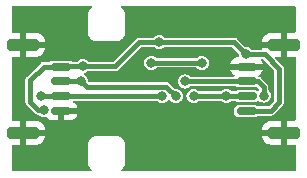
<source format=gbr>
%TF.GenerationSoftware,KiCad,Pcbnew,7.0.7-7.0.7~ubuntu23.04.1*%
%TF.CreationDate,2023-10-02T10:14:17+00:00*%
%TF.ProjectId,TFI2CEXT01,54464932-4345-4585-9430-312e6b696361,REV*%
%TF.SameCoordinates,PX78dfd90PY8290510*%
%TF.FileFunction,Copper,L1,Top*%
%TF.FilePolarity,Positive*%
%FSLAX46Y46*%
G04 Gerber Fmt 4.6, Leading zero omitted, Abs format (unit mm)*
G04 Created by KiCad (PCBNEW 7.0.7-7.0.7~ubuntu23.04.1) date 2023-10-02 10:14:17*
%MOMM*%
%LPD*%
G01*
G04 APERTURE LIST*
G04 Aperture macros list*
%AMRoundRect*
0 Rectangle with rounded corners*
0 $1 Rounding radius*
0 $2 $3 $4 $5 $6 $7 $8 $9 X,Y pos of 4 corners*
0 Add a 4 corners polygon primitive as box body*
4,1,4,$2,$3,$4,$5,$6,$7,$8,$9,$2,$3,0*
0 Add four circle primitives for the rounded corners*
1,1,$1+$1,$2,$3*
1,1,$1+$1,$4,$5*
1,1,$1+$1,$6,$7*
1,1,$1+$1,$8,$9*
0 Add four rect primitives between the rounded corners*
20,1,$1+$1,$2,$3,$4,$5,0*
20,1,$1+$1,$4,$5,$6,$7,0*
20,1,$1+$1,$6,$7,$8,$9,0*
20,1,$1+$1,$8,$9,$2,$3,0*%
G04 Aperture macros list end*
%TA.AperFunction,SMDPad,CuDef*%
%ADD10RoundRect,0.150000X-0.700000X0.150000X-0.700000X-0.150000X0.700000X-0.150000X0.700000X0.150000X0*%
%TD*%
%TA.AperFunction,SMDPad,CuDef*%
%ADD11RoundRect,0.250000X-1.100000X0.250000X-1.100000X-0.250000X1.100000X-0.250000X1.100000X0.250000X0*%
%TD*%
%TA.AperFunction,SMDPad,CuDef*%
%ADD12RoundRect,0.150000X0.700000X-0.150000X0.700000X0.150000X-0.700000X0.150000X-0.700000X-0.150000X0*%
%TD*%
%TA.AperFunction,SMDPad,CuDef*%
%ADD13RoundRect,0.250000X1.100000X-0.250000X1.100000X0.250000X-1.100000X0.250000X-1.100000X-0.250000X0*%
%TD*%
%TA.AperFunction,ViaPad*%
%ADD14C,0.800000*%
%TD*%
%TA.AperFunction,Conductor*%
%ADD15C,0.300000*%
%TD*%
%TA.AperFunction,Conductor*%
%ADD16C,0.400000*%
%TD*%
G04 APERTURE END LIST*
D10*
%TO.P,J2,1*%
%TO.N,+5V*%
X-122096000Y146281000D03*
%TO.P,J2,2*%
%TO.N,/SCLin*%
X-122096000Y145031000D03*
%TO.P,J2,3*%
%TO.N,/SDAin*%
X-122096000Y143781000D03*
%TO.P,J2,4*%
%TO.N,GND*%
X-122096000Y142531000D03*
D11*
%TO.P,J2,MP*%
X-125296000Y148131000D03*
X-125296000Y140681000D03*
%TD*%
D12*
%TO.P,J4,1*%
%TO.N,+5V*%
X-106396000Y142531000D03*
%TO.P,J4,2*%
%TO.N,/SCLout*%
X-106396000Y143781000D03*
%TO.P,J4,3*%
%TO.N,/SDAout*%
X-106396000Y145031000D03*
%TO.P,J4,4*%
%TO.N,GND*%
X-106396000Y146281000D03*
D13*
%TO.P,J4,MP*%
X-103196000Y140681000D03*
X-103196000Y148131000D03*
%TD*%
D14*
%TO.N,GND*%
X-103632000Y138938000D03*
X-123698000Y138938000D03*
X-103632000Y149860000D03*
X-105791000Y139573000D03*
X-122174000Y150749000D03*
X-122301000Y138811000D03*
X-120523000Y141224000D03*
X-109728000Y147536500D03*
X-122047000Y148209000D03*
X-102743000Y143510000D03*
X-107061000Y140970000D03*
X-120523000Y148209000D03*
X-102743000Y146558000D03*
X-118519002Y145415000D03*
X-125730000Y138938000D03*
X-122174000Y149733000D03*
X-107061000Y138303000D03*
X-122174000Y140716000D03*
X-125730000Y150368000D03*
X-102743000Y142494000D03*
X-105791000Y140970000D03*
X-102616000Y149860000D03*
X-102616000Y138938000D03*
X-125730000Y144526000D03*
X-107061000Y139573000D03*
X-106426000Y150495000D03*
X-107696000Y150495000D03*
X-125489629Y146116907D03*
X-125730000Y142367000D03*
X-102743000Y145542000D03*
X-113538000Y140589000D03*
X-118237000Y142981500D03*
X-102743000Y144526000D03*
%TO.N,+3V3*%
X-110182500Y146606000D03*
X-114457125Y146600000D03*
%TO.N,+5V*%
X-120269000Y146304000D03*
X-113792000Y148336000D03*
X-106426000Y147320000D03*
X-123571000Y142621000D03*
%TO.N,/SDAin*%
X-123825000Y143764000D03*
X-113535443Y143773778D03*
%TO.N,/SCLin*%
X-120393000Y145031000D03*
X-112395000Y143764000D03*
%TO.N,/SCLout*%
X-110871000Y143764000D03*
X-108094000Y143781000D03*
%TO.N,/SDAout*%
X-111606961Y145022566D03*
X-104946500Y143825798D03*
%TD*%
D15*
%TO.N,GND*%
X-106396000Y146281000D02*
X-104625000Y146281000D01*
D16*
X-122047000Y148209000D02*
X-120523000Y148209000D01*
X-125489629Y144766371D02*
X-125730000Y144526000D01*
X-125489629Y146116907D02*
X-125489629Y144766371D01*
%TO.N,+3V3*%
X-110182500Y146606000D02*
X-114446525Y146606000D01*
X-114446525Y146606000D02*
X-114457125Y146595400D01*
%TO.N,+5V*%
X-107442000Y148336000D02*
X-106426000Y147320000D01*
X-124714000Y143256000D02*
X-124079000Y142621000D01*
X-124714000Y145139000D02*
X-124714000Y143256000D01*
X-104870000Y147320000D02*
X-103632000Y146082000D01*
X-122096000Y146281000D02*
X-123572000Y146281000D01*
X-104357000Y142531000D02*
X-106396000Y142531000D01*
X-115464000Y148336000D02*
X-117496000Y146304000D01*
X-123572000Y146281000D02*
X-124714000Y145139000D01*
X-113792000Y148336000D02*
X-107442000Y148336000D01*
X-103632000Y146082000D02*
X-103632000Y143256000D01*
X-106426000Y147320000D02*
X-104870000Y147320000D01*
X-120269000Y146304000D02*
X-122073000Y146304000D01*
X-103632000Y143256000D02*
X-104357000Y142531000D01*
X-124079000Y142621000D02*
X-123571000Y142621000D01*
X-113792000Y148336000D02*
X-115464000Y148336000D01*
X-122073000Y146304000D02*
X-122096000Y146281000D01*
X-117496000Y146304000D02*
X-120269000Y146304000D01*
%TO.N,/SDAin*%
X-113535443Y143773778D02*
X-113542665Y143781000D01*
X-122113000Y143764000D02*
X-122096000Y143781000D01*
X-123825000Y143764000D02*
X-122113000Y143764000D01*
X-113542665Y143781000D02*
X-122096000Y143781000D01*
%TO.N,/SCLin*%
X-122096000Y145031000D02*
X-120393000Y145031000D01*
X-113204289Y144573289D02*
X-112395000Y143764000D01*
X-119935289Y144573289D02*
X-113204289Y144573289D01*
X-120393000Y145031000D02*
X-119935289Y144573289D01*
%TO.N,/SCLout*%
X-110871000Y143764000D02*
X-110854000Y143781000D01*
X-106396000Y143781000D02*
X-108094000Y143781000D01*
X-110854000Y143781000D02*
X-108094000Y143781000D01*
%TO.N,/SDAout*%
X-106396000Y145031000D02*
X-111598527Y145031000D01*
X-104946500Y144546500D02*
X-105431000Y145031000D01*
X-104946500Y143825798D02*
X-104946500Y144546500D01*
X-111598527Y145031000D02*
X-111606961Y145022566D01*
X-105431000Y145031000D02*
X-106396000Y145031000D01*
%TD*%
%TA.AperFunction,Conductor*%
%TO.N,GND*%
G36*
X-119486705Y151388187D02*
G01*
X-119461395Y151344350D01*
X-119470185Y151294500D01*
X-119493159Y151269971D01*
X-119556289Y151227789D01*
X-119667790Y151116288D01*
X-119755397Y150985174D01*
X-119815736Y150839501D01*
X-119815739Y150839491D01*
X-119846501Y150684840D01*
X-119846501Y149127159D01*
X-119815739Y148972508D01*
X-119815736Y148972498D01*
X-119755397Y148826825D01*
X-119667790Y148695711D01*
X-119667788Y148695710D01*
X-119556290Y148584212D01*
X-119556289Y148584210D01*
X-119483126Y148535325D01*
X-119425179Y148496606D01*
X-119425178Y148496605D01*
X-119425174Y148496603D01*
X-119425175Y148496603D01*
X-119279502Y148436264D01*
X-119279492Y148436261D01*
X-119168685Y148414220D01*
X-119124842Y148405500D01*
X-119124840Y148405500D01*
X-117367160Y148405500D01*
X-117367158Y148405500D01*
X-117316075Y148415661D01*
X-117212509Y148436261D01*
X-117212499Y148436264D01*
X-117066826Y148496603D01*
X-117066823Y148496605D01*
X-117066821Y148496606D01*
X-116935711Y148584211D01*
X-116824211Y148695711D01*
X-116736606Y148826821D01*
X-116725206Y148854342D01*
X-116676265Y148972498D01*
X-116676262Y148972508D01*
X-116645500Y149127159D01*
X-116645500Y150684840D01*
X-116676262Y150839491D01*
X-116676263Y150839497D01*
X-116736606Y150985179D01*
X-116824211Y151116289D01*
X-116935711Y151227789D01*
X-116998842Y151269971D01*
X-117028773Y151310793D01*
X-117025462Y151361303D01*
X-116990458Y151397869D01*
X-116957729Y151405500D01*
X-102320500Y151405500D01*
X-102272934Y151388187D01*
X-102247624Y151344350D01*
X-102246500Y151331500D01*
X-102246500Y149213000D01*
X-102263813Y149165434D01*
X-102307650Y149140124D01*
X-102320500Y149139000D01*
X-102942000Y149139000D01*
X-102942000Y147123000D01*
X-102320500Y147123000D01*
X-102272934Y147105687D01*
X-102247624Y147061850D01*
X-102246500Y147049000D01*
X-102246500Y141763000D01*
X-102263813Y141715434D01*
X-102307650Y141690124D01*
X-102320500Y141689000D01*
X-102942000Y141689000D01*
X-102942000Y139673000D01*
X-102320500Y139673000D01*
X-102272934Y139655687D01*
X-102247624Y139611850D01*
X-102246500Y139599000D01*
X-102246500Y137480500D01*
X-102263813Y137432934D01*
X-102307650Y137407624D01*
X-102320500Y137406500D01*
X-116957729Y137406500D01*
X-117005295Y137423813D01*
X-117030605Y137467650D01*
X-117021815Y137517500D01*
X-116998841Y137542029D01*
X-116935712Y137584210D01*
X-116824211Y137695711D01*
X-116736606Y137826821D01*
X-116676263Y137972503D01*
X-116645500Y138127158D01*
X-116645500Y138206000D01*
X-116645500Y138271892D01*
X-116645500Y139641799D01*
X-116645500Y139684842D01*
X-116676263Y139839497D01*
X-116736606Y139985179D01*
X-116824211Y140116289D01*
X-116935711Y140227789D01*
X-117066821Y140315394D01*
X-117212503Y140375737D01*
X-117367158Y140406500D01*
X-117410201Y140406500D01*
X-118980108Y140406500D01*
X-119046000Y140406500D01*
X-119124842Y140406500D01*
X-119279497Y140375737D01*
X-119279502Y140375735D01*
X-119425175Y140315396D01*
X-119425177Y140315395D01*
X-119425179Y140315394D01*
X-119556289Y140227789D01*
X-119667790Y140116288D01*
X-119755397Y139985174D01*
X-119815736Y139839501D01*
X-119815739Y139839491D01*
X-119846501Y139684840D01*
X-119846501Y138127159D01*
X-119815739Y137972508D01*
X-119815736Y137972498D01*
X-119755397Y137826825D01*
X-119667790Y137695711D01*
X-119667788Y137695710D01*
X-119556290Y137584212D01*
X-119556289Y137584210D01*
X-119493159Y137542029D01*
X-119463227Y137501207D01*
X-119466538Y137450697D01*
X-119501542Y137414131D01*
X-119534271Y137406500D01*
X-126171500Y137406500D01*
X-126219066Y137423813D01*
X-126244376Y137467650D01*
X-126245500Y137480500D01*
X-126245500Y139599000D01*
X-126228187Y139646566D01*
X-126184350Y139671876D01*
X-126171500Y139673000D01*
X-125550000Y139673000D01*
X-125550000Y140427000D01*
X-125042000Y140427000D01*
X-125042000Y139673000D01*
X-124145496Y139673000D01*
X-124041675Y139683606D01*
X-123873476Y139739342D01*
X-123722662Y139832365D01*
X-123722658Y139832368D01*
X-123597368Y139957658D01*
X-123597366Y139957661D01*
X-123504343Y140108475D01*
X-123448607Y140276674D01*
X-123438001Y140380495D01*
X-123438000Y140380497D01*
X-123438000Y140427000D01*
X-105054000Y140427000D01*
X-105054000Y140380495D01*
X-105043394Y140276674D01*
X-104987658Y140108475D01*
X-104894635Y139957661D01*
X-104769339Y139832365D01*
X-104618525Y139739342D01*
X-104450326Y139683606D01*
X-104346505Y139673000D01*
X-103450000Y139673000D01*
X-103450000Y140427000D01*
X-105054000Y140427000D01*
X-123438000Y140427000D01*
X-125042000Y140427000D01*
X-125550000Y140427000D01*
X-125550000Y141689000D01*
X-125042000Y141689000D01*
X-125042000Y140935000D01*
X-123438000Y140935000D01*
X-105054000Y140935000D01*
X-103450000Y140935000D01*
X-103450000Y141689000D01*
X-104346502Y141689000D01*
X-104346505Y141688999D01*
X-104450326Y141678393D01*
X-104618525Y141622657D01*
X-104769339Y141529634D01*
X-104769342Y141529632D01*
X-104894632Y141404342D01*
X-104894635Y141404338D01*
X-104987658Y141253524D01*
X-105043394Y141085325D01*
X-105054000Y140981504D01*
X-105054000Y140935000D01*
X-123438000Y140935000D01*
X-123438000Y140981502D01*
X-123438001Y140981504D01*
X-123448607Y141085325D01*
X-123504343Y141253524D01*
X-123597366Y141404338D01*
X-123597368Y141404342D01*
X-123722658Y141529632D01*
X-123722662Y141529634D01*
X-123873476Y141622657D01*
X-124041675Y141678393D01*
X-124145496Y141688999D01*
X-124145498Y141689000D01*
X-125042000Y141689000D01*
X-125550000Y141689000D01*
X-126171500Y141689000D01*
X-126219066Y141706313D01*
X-126244376Y141750150D01*
X-126245500Y141763000D01*
X-126245500Y143192568D01*
X-125114501Y143192568D01*
X-125106438Y143167751D01*
X-125103730Y143156467D01*
X-125099649Y143130702D01*
X-125099648Y143130699D01*
X-125087800Y143107446D01*
X-125083359Y143096722D01*
X-125075298Y143071912D01*
X-125075297Y143071911D01*
X-125059957Y143050796D01*
X-125053893Y143040900D01*
X-125044045Y143021572D01*
X-125042050Y143017658D01*
X-125019487Y142995094D01*
X-125019484Y142995091D01*
X-125019480Y142995086D01*
X-124339914Y142315520D01*
X-124339910Y142315517D01*
X-124339909Y142315516D01*
X-124339906Y142315513D01*
X-124317342Y142292950D01*
X-124317341Y142292949D01*
X-124303817Y142286057D01*
X-124294095Y142281103D01*
X-124284203Y142275042D01*
X-124263091Y142259704D01*
X-124251656Y142255988D01*
X-124238272Y142251639D01*
X-124227555Y142247200D01*
X-124204305Y142235353D01*
X-124204300Y142235352D01*
X-124178533Y142231270D01*
X-124167251Y142228562D01*
X-124142435Y142220500D01*
X-124142433Y142220500D01*
X-124110519Y142220500D01*
X-124057092Y142220500D01*
X-124009526Y142203187D01*
X-124002746Y142196105D01*
X-124002707Y142196144D01*
X-123999278Y142192713D01*
X-123873842Y142096464D01*
X-123727762Y142035955D01*
X-123571001Y142015318D01*
X-123571000Y142015318D01*
X-123414238Y142035956D01*
X-123409430Y142036589D01*
X-123409089Y142033993D01*
X-123368025Y142030330D01*
X-123335720Y142000988D01*
X-123320056Y141974502D01*
X-123202499Y141856945D01*
X-123059402Y141772318D01*
X-122899754Y141725935D01*
X-122862458Y141723000D01*
X-122350000Y141723000D01*
X-122350000Y142277000D01*
X-121842000Y142277000D01*
X-121842000Y141723000D01*
X-121329544Y141723001D01*
X-121329545Y141723001D01*
X-121292248Y141725935D01*
X-121132599Y141772318D01*
X-120989502Y141856945D01*
X-120871946Y141974501D01*
X-120787319Y142117598D01*
X-120741007Y142277000D01*
X-121842000Y142277000D01*
X-122350000Y142277000D01*
X-122350000Y142711000D01*
X-122332687Y142758566D01*
X-122288850Y142783876D01*
X-122276000Y142785000D01*
X-120741007Y142785000D01*
X-120787319Y142944401D01*
X-120871946Y143087498D01*
X-120989502Y143205054D01*
X-121053335Y143242805D01*
X-121085464Y143281920D01*
X-121084935Y143332536D01*
X-121051993Y143370970D01*
X-121015666Y143380500D01*
X-114027077Y143380500D01*
X-113979511Y143363187D01*
X-113968367Y143351546D01*
X-113963727Y143345498D01*
X-113963725Y143345495D01*
X-113838285Y143249242D01*
X-113692205Y143188733D01*
X-113535443Y143168096D01*
X-113378683Y143188733D01*
X-113378682Y143188733D01*
X-113232602Y143249242D01*
X-113107164Y143345493D01*
X-113107159Y143345498D01*
X-113027681Y143449076D01*
X-112984990Y143476274D01*
X-112934804Y143469667D01*
X-112910265Y143449076D01*
X-112823285Y143335720D01*
X-112823280Y143335715D01*
X-112697842Y143239464D01*
X-112551762Y143178955D01*
X-112395001Y143158318D01*
X-112395000Y143158318D01*
X-112365399Y143162215D01*
X-112238240Y143178955D01*
X-112238239Y143178955D01*
X-112092159Y143239464D01*
X-111966721Y143335715D01*
X-111966716Y143335720D01*
X-111898580Y143424517D01*
X-111870464Y143461159D01*
X-111809956Y143607238D01*
X-111789318Y143764000D01*
X-111809956Y143920762D01*
X-111870464Y144066841D01*
X-111966718Y144192282D01*
X-112092159Y144288536D01*
X-112238238Y144349044D01*
X-112395000Y144369682D01*
X-112395001Y144369681D01*
X-112395001Y144369682D01*
X-112399850Y144369682D01*
X-112399850Y144371274D01*
X-112442954Y144380827D01*
X-112455519Y144390910D01*
X-112943380Y144878773D01*
X-112943383Y144878774D01*
X-112947595Y144882987D01*
X-112947600Y144882991D01*
X-112965947Y144901339D01*
X-112989191Y144913181D01*
X-112999093Y144919250D01*
X-113020199Y144934585D01*
X-113045017Y144942648D01*
X-113055736Y144947087D01*
X-113078985Y144958935D01*
X-113104757Y144963016D01*
X-113116036Y144965723D01*
X-113140856Y144973789D01*
X-119714890Y144973789D01*
X-119762456Y144991102D01*
X-119780622Y145022566D01*
X-112212643Y145022566D01*
X-112192006Y144865805D01*
X-112192006Y144865804D01*
X-112131497Y144719724D01*
X-112035246Y144594286D01*
X-112035241Y144594281D01*
X-111909803Y144498030D01*
X-111763723Y144437521D01*
X-111606961Y144416884D01*
X-111450201Y144437521D01*
X-111450200Y144437521D01*
X-111304120Y144498030D01*
X-111261804Y144530500D01*
X-111178679Y144594284D01*
X-111173106Y144601548D01*
X-111130416Y144628745D01*
X-111114397Y144630500D01*
X-107371833Y144630500D01*
X-107324267Y144613187D01*
X-107319507Y144608826D01*
X-107302483Y144591801D01*
X-107197395Y144540427D01*
X-107129265Y144530500D01*
X-107129260Y144530500D01*
X-105662736Y144530500D01*
X-105594607Y144540427D01*
X-105583111Y144546047D01*
X-105532774Y144551383D01*
X-105498286Y144531891D01*
X-105368674Y144402280D01*
X-105347282Y144356404D01*
X-105347000Y144349954D01*
X-105347000Y144311890D01*
X-105364313Y144264324D01*
X-105371395Y144257545D01*
X-105371355Y144257506D01*
X-105374778Y144254083D01*
X-105374782Y144254080D01*
X-105374785Y144254076D01*
X-105374787Y144254074D01*
X-105388668Y144235985D01*
X-105431360Y144208788D01*
X-105481545Y144215396D01*
X-105488822Y144219857D01*
X-105489515Y144220195D01*
X-105489517Y144220198D01*
X-105594607Y144271573D01*
X-105662740Y144281500D01*
X-107129260Y144281500D01*
X-107197393Y144271573D01*
X-107197395Y144271572D01*
X-107302483Y144220198D01*
X-107319507Y144203174D01*
X-107365383Y144181782D01*
X-107371833Y144181500D01*
X-107607908Y144181500D01*
X-107655474Y144198813D01*
X-107662255Y144205894D01*
X-107662293Y144205856D01*
X-107665715Y144209277D01*
X-107665718Y144209282D01*
X-107791159Y144305536D01*
X-107937238Y144366044D01*
X-108094000Y144386682D01*
X-108250762Y144366044D01*
X-108396841Y144305536D01*
X-108409437Y144295871D01*
X-108522278Y144209286D01*
X-108525707Y144205856D01*
X-108526832Y144206980D01*
X-108564077Y144183254D01*
X-108580092Y144181500D01*
X-110403547Y144181500D01*
X-110448595Y144196792D01*
X-110499673Y144235985D01*
X-110568159Y144288536D01*
X-110714238Y144349044D01*
X-110871000Y144369682D01*
X-111027762Y144349044D01*
X-111173841Y144288536D01*
X-111183012Y144281499D01*
X-111299280Y144192284D01*
X-111299285Y144192279D01*
X-111395536Y144066841D01*
X-111456045Y143920761D01*
X-111456045Y143920760D01*
X-111476682Y143764000D01*
X-111456045Y143607239D01*
X-111456045Y143607238D01*
X-111395536Y143461158D01*
X-111299285Y143335720D01*
X-111299280Y143335715D01*
X-111173842Y143239464D01*
X-111027762Y143178955D01*
X-110871001Y143158318D01*
X-110871000Y143158318D01*
X-110841399Y143162215D01*
X-110714240Y143178955D01*
X-110714239Y143178955D01*
X-110568159Y143239464D01*
X-110442721Y143335715D01*
X-110442717Y143335719D01*
X-110430572Y143351547D01*
X-110387881Y143378746D01*
X-110371863Y143380500D01*
X-108580092Y143380500D01*
X-108532526Y143363187D01*
X-108525746Y143356105D01*
X-108525707Y143356144D01*
X-108522278Y143352713D01*
X-108396842Y143256464D01*
X-108250762Y143195955D01*
X-108094001Y143175318D01*
X-108094000Y143175318D01*
X-108066374Y143178955D01*
X-107937240Y143195955D01*
X-107937239Y143195955D01*
X-107791159Y143256464D01*
X-107665723Y143352713D01*
X-107662293Y143356144D01*
X-107661169Y143355019D01*
X-107623923Y143378746D01*
X-107607908Y143380500D01*
X-107371833Y143380500D01*
X-107324267Y143363187D01*
X-107319507Y143358826D01*
X-107302483Y143341801D01*
X-107197395Y143290427D01*
X-107129265Y143280500D01*
X-107129260Y143280500D01*
X-105662736Y143280500D01*
X-105594607Y143290427D01*
X-105594606Y143290427D01*
X-105489518Y143341801D01*
X-105454067Y143377252D01*
X-105408191Y143398644D01*
X-105359296Y143385543D01*
X-105356693Y143383635D01*
X-105249340Y143301261D01*
X-105103262Y143240753D01*
X-104946500Y143220116D01*
X-104789740Y143240753D01*
X-104789739Y143240753D01*
X-104643659Y143301262D01*
X-104518221Y143397513D01*
X-104518216Y143397518D01*
X-104421965Y143522956D01*
X-104421964Y143522957D01*
X-104361456Y143669036D01*
X-104340818Y143825798D01*
X-104361456Y143982560D01*
X-104421964Y144128639D01*
X-104518218Y144254080D01*
X-104518223Y144254083D01*
X-104521645Y144257506D01*
X-104520520Y144258631D01*
X-104544245Y144295871D01*
X-104546000Y144311890D01*
X-104546000Y144583974D01*
X-104546002Y144583997D01*
X-104546002Y144591802D01*
X-104546001Y144609933D01*
X-104552114Y144628745D01*
X-104554062Y144634742D01*
X-104556774Y144646038D01*
X-104560854Y144671802D01*
X-104560854Y144671804D01*
X-104572702Y144695055D01*
X-104577143Y144705778D01*
X-104585202Y144730584D01*
X-104585203Y144730584D01*
X-104585204Y144730590D01*
X-104600539Y144751693D01*
X-104606607Y144761597D01*
X-104618449Y144784840D01*
X-104618450Y144784842D01*
X-104708158Y144874550D01*
X-105170091Y145336484D01*
X-105170093Y145336485D01*
X-105174306Y145340698D01*
X-105174311Y145340702D01*
X-105192658Y145359050D01*
X-105215902Y145370892D01*
X-105225804Y145376961D01*
X-105226328Y145377342D01*
X-105246910Y145392296D01*
X-105271728Y145400359D01*
X-105282447Y145404798D01*
X-105305696Y145416646D01*
X-105331468Y145420727D01*
X-105342749Y145423435D01*
X-105352786Y145426696D01*
X-105392671Y145457861D01*
X-105403194Y145507374D01*
X-105379428Y145552067D01*
X-105367583Y145560768D01*
X-105289502Y145606945D01*
X-105171946Y145724501D01*
X-105087319Y145867598D01*
X-105041007Y146027000D01*
X-107750993Y146027000D01*
X-107704682Y145867598D01*
X-107620055Y145724501D01*
X-107502499Y145606945D01*
X-107438665Y145569195D01*
X-107406536Y145530080D01*
X-107407065Y145479464D01*
X-107440007Y145441030D01*
X-107476334Y145431500D01*
X-111128680Y145431500D01*
X-111174590Y145448209D01*
X-111174831Y145447895D01*
X-111175831Y145448661D01*
X-111176246Y145448813D01*
X-111177374Y145449845D01*
X-111178677Y145450845D01*
X-111178679Y145450848D01*
X-111304120Y145547102D01*
X-111450199Y145607610D01*
X-111606961Y145628248D01*
X-111763723Y145607610D01*
X-111909802Y145547102D01*
X-111943072Y145521573D01*
X-112035241Y145450850D01*
X-112035246Y145450845D01*
X-112131497Y145325407D01*
X-112192006Y145179327D01*
X-112192006Y145179326D01*
X-112212643Y145022566D01*
X-119780622Y145022566D01*
X-119787766Y145034939D01*
X-119788257Y145038130D01*
X-119806846Y145179326D01*
X-119807956Y145187762D01*
X-119868464Y145333841D01*
X-119964718Y145459282D01*
X-120090159Y145555536D01*
X-120139712Y145576061D01*
X-120177031Y145610258D01*
X-120183639Y145660444D01*
X-120156442Y145703136D01*
X-120121055Y145717795D01*
X-120112238Y145718956D01*
X-119966159Y145779464D01*
X-119840723Y145875713D01*
X-119837293Y145879144D01*
X-119836169Y145878019D01*
X-119798923Y145901746D01*
X-119782908Y145903500D01*
X-117432568Y145903500D01*
X-117432567Y145903500D01*
X-117424591Y145906091D01*
X-117407751Y145911562D01*
X-117396467Y145914270D01*
X-117370704Y145918351D01*
X-117370698Y145918353D01*
X-117347451Y145930198D01*
X-117336723Y145934641D01*
X-117311912Y145942702D01*
X-117311911Y145942703D01*
X-117290803Y145958038D01*
X-117280906Y145964103D01*
X-117257659Y145975949D01*
X-117236085Y145997523D01*
X-117236070Y145997537D01*
X-116633607Y146600000D01*
X-115062807Y146600000D01*
X-115042170Y146443239D01*
X-115042170Y146443238D01*
X-114981661Y146297158D01*
X-114885410Y146171720D01*
X-114885405Y146171715D01*
X-114759967Y146075464D01*
X-114613887Y146014955D01*
X-114457125Y145994318D01*
X-114300365Y146014955D01*
X-114300364Y146014955D01*
X-114154284Y146075464D01*
X-114028848Y146171713D01*
X-114028846Y146171715D01*
X-114028845Y146171716D01*
X-114028843Y146171718D01*
X-114025136Y146176550D01*
X-113982445Y146203746D01*
X-113966429Y146205500D01*
X-110668592Y146205500D01*
X-110621026Y146188187D01*
X-110614246Y146181105D01*
X-110614207Y146181144D01*
X-110610778Y146177713D01*
X-110485342Y146081464D01*
X-110339262Y146020955D01*
X-110182500Y146000318D01*
X-110025740Y146020955D01*
X-110025739Y146020955D01*
X-109879659Y146081464D01*
X-109754221Y146177715D01*
X-109754216Y146177720D01*
X-109686408Y146266090D01*
X-109657964Y146303159D01*
X-109597456Y146449238D01*
X-109576818Y146606000D01*
X-109597456Y146762762D01*
X-109657964Y146908841D01*
X-109754218Y147034282D01*
X-109879659Y147130536D01*
X-110025738Y147191044D01*
X-110182500Y147211682D01*
X-110339262Y147191044D01*
X-110485341Y147130536D01*
X-110510430Y147111285D01*
X-110610778Y147034286D01*
X-110614207Y147030856D01*
X-110615332Y147031980D01*
X-110652577Y147008254D01*
X-110668592Y147006500D01*
X-113976410Y147006500D01*
X-114023976Y147023813D01*
X-114028743Y147028181D01*
X-114028841Y147028279D01*
X-114028843Y147028282D01*
X-114028848Y147028285D01*
X-114028850Y147028288D01*
X-114077271Y147065441D01*
X-114154284Y147124536D01*
X-114300363Y147185044D01*
X-114457125Y147205682D01*
X-114613887Y147185044D01*
X-114759966Y147124536D01*
X-114796417Y147096566D01*
X-114885405Y147028284D01*
X-114885410Y147028279D01*
X-114981661Y146902841D01*
X-115042170Y146756761D01*
X-115042170Y146756760D01*
X-115062807Y146600000D01*
X-116633607Y146600000D01*
X-115319781Y147913826D01*
X-115273905Y147935218D01*
X-115267455Y147935500D01*
X-114278092Y147935500D01*
X-114230526Y147918187D01*
X-114223746Y147911105D01*
X-114223707Y147911144D01*
X-114220278Y147907713D01*
X-114094842Y147811464D01*
X-113948762Y147750955D01*
X-113792000Y147730318D01*
X-113635240Y147750955D01*
X-113635239Y147750955D01*
X-113489159Y147811464D01*
X-113363723Y147907713D01*
X-113360293Y147911144D01*
X-113359169Y147910019D01*
X-113321923Y147933746D01*
X-113305908Y147935500D01*
X-107638545Y147935500D01*
X-107590979Y147918187D01*
X-107586219Y147913826D01*
X-107052916Y147380521D01*
X-107031524Y147334644D01*
X-107031737Y147324849D01*
X-107031682Y147324849D01*
X-107031682Y147319999D01*
X-107012284Y147172658D01*
X-107023240Y147123239D01*
X-107063399Y147092424D01*
X-107085651Y147088999D01*
X-107162455Y147088999D01*
X-107199753Y147086064D01*
X-107359402Y147039681D01*
X-107502499Y146955054D01*
X-107620055Y146837498D01*
X-107704682Y146694401D01*
X-107750993Y146535000D01*
X-105041007Y146535000D01*
X-105087319Y146694402D01*
X-105154400Y146807831D01*
X-105163711Y146857586D01*
X-105138862Y146901686D01*
X-105091480Y146919496D01*
X-105090705Y146919500D01*
X-105066545Y146919500D01*
X-105018979Y146902187D01*
X-105014219Y146897826D01*
X-104054174Y145937781D01*
X-104032782Y145891905D01*
X-104032500Y145885455D01*
X-104032500Y143452544D01*
X-104049813Y143404978D01*
X-104054164Y143400229D01*
X-104279075Y143175318D01*
X-104501219Y142953174D01*
X-104547096Y142931782D01*
X-104553545Y142931500D01*
X-105420167Y142931500D01*
X-105467733Y142948813D01*
X-105472493Y142953174D01*
X-105489517Y142970198D01*
X-105594607Y143021573D01*
X-105662740Y143031500D01*
X-107129260Y143031500D01*
X-107197393Y143021573D01*
X-107197395Y143021572D01*
X-107302483Y142970198D01*
X-107385199Y142887482D01*
X-107436573Y142782394D01*
X-107436573Y142782393D01*
X-107446500Y142714264D01*
X-107446500Y142347735D01*
X-107436573Y142279606D01*
X-107436573Y142279605D01*
X-107385199Y142174517D01*
X-107302483Y142091801D01*
X-107197395Y142040427D01*
X-107129265Y142030500D01*
X-107129260Y142030500D01*
X-105662736Y142030500D01*
X-105594607Y142040427D01*
X-105594606Y142040427D01*
X-105489518Y142091801D01*
X-105472493Y142108826D01*
X-105426617Y142130218D01*
X-105420167Y142130500D01*
X-104293568Y142130500D01*
X-104293567Y142130500D01*
X-104285591Y142133091D01*
X-104268751Y142138562D01*
X-104257467Y142141270D01*
X-104231704Y142145351D01*
X-104231698Y142145353D01*
X-104208451Y142157198D01*
X-104197723Y142161641D01*
X-104172912Y142169702D01*
X-104172911Y142169703D01*
X-104151803Y142185038D01*
X-104141906Y142191103D01*
X-104118659Y142202949D01*
X-104097085Y142224523D01*
X-104097070Y142224537D01*
X-103325385Y142996222D01*
X-103325376Y142996232D01*
X-103303951Y143017657D01*
X-103303949Y143017659D01*
X-103292106Y143040903D01*
X-103286044Y143050797D01*
X-103270704Y143071911D01*
X-103262642Y143096725D01*
X-103258200Y143107448D01*
X-103246354Y143130696D01*
X-103242273Y143156467D01*
X-103239562Y143167757D01*
X-103239451Y143168096D01*
X-103235923Y143178956D01*
X-103231500Y143192565D01*
X-103231500Y144646038D01*
X-103231500Y146113519D01*
X-103231501Y146113521D01*
X-103231501Y146119474D01*
X-103231502Y146119497D01*
X-103231501Y146145433D01*
X-103234092Y146153405D01*
X-103239562Y146170242D01*
X-103242274Y146181538D01*
X-103245791Y146203746D01*
X-103246354Y146207304D01*
X-103258202Y146230555D01*
X-103262643Y146241278D01*
X-103270702Y146266084D01*
X-103270703Y146266084D01*
X-103270704Y146266090D01*
X-103286039Y146287193D01*
X-103292107Y146297097D01*
X-103303949Y146320340D01*
X-103303950Y146320342D01*
X-103393658Y146410050D01*
X-103686782Y146703174D01*
X-103980281Y146996674D01*
X-104001673Y147042551D01*
X-103988572Y147091445D01*
X-103947108Y147120479D01*
X-103927955Y147123000D01*
X-103450000Y147123000D01*
X-103450000Y147877000D01*
X-105054000Y147877000D01*
X-105054000Y147830495D01*
X-105051091Y147802021D01*
X-105063480Y147752941D01*
X-105104518Y147723307D01*
X-105124708Y147720500D01*
X-105939908Y147720500D01*
X-105987474Y147737813D01*
X-105994255Y147744894D01*
X-105994293Y147744856D01*
X-105997715Y147748277D01*
X-105997718Y147748282D01*
X-106001202Y147750955D01*
X-106015339Y147761802D01*
X-106123159Y147844536D01*
X-106269238Y147905044D01*
X-106426000Y147925682D01*
X-106426001Y147925681D01*
X-106426001Y147925682D01*
X-106430850Y147925682D01*
X-106430850Y147927274D01*
X-106473954Y147936827D01*
X-106486519Y147946910D01*
X-106924608Y148385000D01*
X-105054000Y148385000D01*
X-103450000Y148385000D01*
X-103450000Y149139000D01*
X-104346502Y149139000D01*
X-104346505Y149138999D01*
X-104450326Y149128393D01*
X-104618525Y149072657D01*
X-104769339Y148979634D01*
X-104769342Y148979632D01*
X-104894632Y148854342D01*
X-104894635Y148854338D01*
X-104987658Y148703524D01*
X-105043394Y148535325D01*
X-105054000Y148431504D01*
X-105054000Y148385000D01*
X-106924608Y148385000D01*
X-107181091Y148641484D01*
X-107181094Y148641485D01*
X-107185306Y148645698D01*
X-107185311Y148645702D01*
X-107203658Y148664050D01*
X-107226902Y148675892D01*
X-107236804Y148681961D01*
X-107257910Y148697296D01*
X-107282728Y148705359D01*
X-107293447Y148709798D01*
X-107316696Y148721646D01*
X-107342468Y148725727D01*
X-107353747Y148728434D01*
X-107378567Y148736500D01*
X-113305908Y148736500D01*
X-113353474Y148753813D01*
X-113360255Y148760894D01*
X-113360293Y148760856D01*
X-113363715Y148764277D01*
X-113363718Y148764282D01*
X-113489159Y148860536D01*
X-113635238Y148921044D01*
X-113792000Y148941682D01*
X-113948762Y148921044D01*
X-114094841Y148860536D01*
X-114094842Y148860535D01*
X-114220278Y148764286D01*
X-114223707Y148760856D01*
X-114224832Y148761980D01*
X-114262077Y148738254D01*
X-114278092Y148736500D01*
X-115400567Y148736500D01*
X-115527433Y148736500D01*
X-115552249Y148728436D01*
X-115563537Y148725727D01*
X-115589305Y148721646D01*
X-115612546Y148709803D01*
X-115623274Y148705358D01*
X-115648090Y148697296D01*
X-115669207Y148681954D01*
X-115679094Y148675895D01*
X-115702342Y148664050D01*
X-115702344Y148664048D01*
X-115723768Y148642624D01*
X-115723778Y148642615D01*
X-117640219Y146726174D01*
X-117686095Y146704782D01*
X-117692545Y146704500D01*
X-119782908Y146704500D01*
X-119830474Y146721813D01*
X-119837255Y146728894D01*
X-119837293Y146728856D01*
X-119840715Y146732277D01*
X-119840718Y146732282D01*
X-119966159Y146828536D01*
X-120112238Y146889044D01*
X-120269000Y146909682D01*
X-120425762Y146889044D01*
X-120571841Y146828536D01*
X-120571842Y146828535D01*
X-120697278Y146732286D01*
X-120700707Y146728856D01*
X-120701832Y146729980D01*
X-120739077Y146706254D01*
X-120755092Y146704500D01*
X-121143824Y146704500D01*
X-121186822Y146718274D01*
X-121189515Y146720195D01*
X-121189517Y146720198D01*
X-121294607Y146771573D01*
X-121362740Y146781500D01*
X-122829260Y146781500D01*
X-122897393Y146771573D01*
X-122897395Y146771572D01*
X-123002483Y146720198D01*
X-123019507Y146703174D01*
X-123065383Y146681782D01*
X-123071833Y146681500D01*
X-123508567Y146681500D01*
X-123635433Y146681500D01*
X-123660249Y146673436D01*
X-123671537Y146670727D01*
X-123697305Y146666646D01*
X-123720546Y146654803D01*
X-123731274Y146650358D01*
X-123756090Y146642296D01*
X-123777207Y146626954D01*
X-123787094Y146620895D01*
X-123810342Y146609050D01*
X-123810344Y146609048D01*
X-123831768Y146587624D01*
X-123831778Y146587615D01*
X-125020463Y145398930D01*
X-125020477Y145398915D01*
X-125042051Y145377341D01*
X-125053897Y145354094D01*
X-125059962Y145344197D01*
X-125075297Y145323089D01*
X-125075298Y145323088D01*
X-125083359Y145298277D01*
X-125087802Y145287549D01*
X-125099647Y145264302D01*
X-125099649Y145264296D01*
X-125103730Y145238533D01*
X-125106438Y145227249D01*
X-125114500Y145202432D01*
X-125114500Y143192568D01*
X-125114501Y143192568D01*
X-126245500Y143192568D01*
X-126245500Y147049000D01*
X-126228187Y147096566D01*
X-126184350Y147121876D01*
X-126171500Y147123000D01*
X-125550000Y147123000D01*
X-125550000Y147877000D01*
X-125042000Y147877000D01*
X-125042000Y147123000D01*
X-124145496Y147123000D01*
X-124041675Y147133606D01*
X-123873476Y147189342D01*
X-123722662Y147282365D01*
X-123722658Y147282368D01*
X-123597368Y147407658D01*
X-123597366Y147407661D01*
X-123504343Y147558475D01*
X-123448607Y147726674D01*
X-123438001Y147830495D01*
X-123438000Y147830497D01*
X-123438000Y147877000D01*
X-125042000Y147877000D01*
X-125550000Y147877000D01*
X-125550000Y149139000D01*
X-125042000Y149139000D01*
X-125042000Y148385000D01*
X-123438000Y148385000D01*
X-123438000Y148431502D01*
X-123438001Y148431504D01*
X-123448607Y148535325D01*
X-123504343Y148703524D01*
X-123597366Y148854338D01*
X-123597368Y148854342D01*
X-123722658Y148979632D01*
X-123722662Y148979634D01*
X-123873476Y149072657D01*
X-124041675Y149128393D01*
X-124145496Y149138999D01*
X-124145498Y149139000D01*
X-125042000Y149139000D01*
X-125550000Y149139000D01*
X-126171500Y149139000D01*
X-126219066Y149156313D01*
X-126244376Y149200150D01*
X-126245500Y149213000D01*
X-126245500Y151331500D01*
X-126228187Y151379066D01*
X-126184350Y151404376D01*
X-126171500Y151405500D01*
X-119534271Y151405500D01*
X-119486705Y151388187D01*
G37*
%TD.AperFunction*%
%TD*%
M02*

</source>
